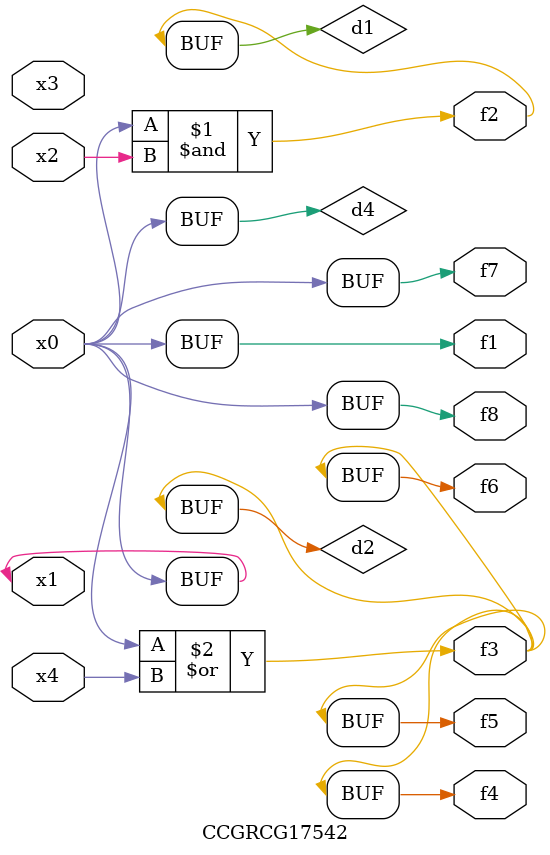
<source format=v>
module CCGRCG17542(
	input x0, x1, x2, x3, x4,
	output f1, f2, f3, f4, f5, f6, f7, f8
);

	wire d1, d2, d3, d4;

	and (d1, x0, x2);
	or (d2, x0, x4);
	nand (d3, x0, x2);
	buf (d4, x0, x1);
	assign f1 = d4;
	assign f2 = d1;
	assign f3 = d2;
	assign f4 = d2;
	assign f5 = d2;
	assign f6 = d2;
	assign f7 = d4;
	assign f8 = d4;
endmodule

</source>
